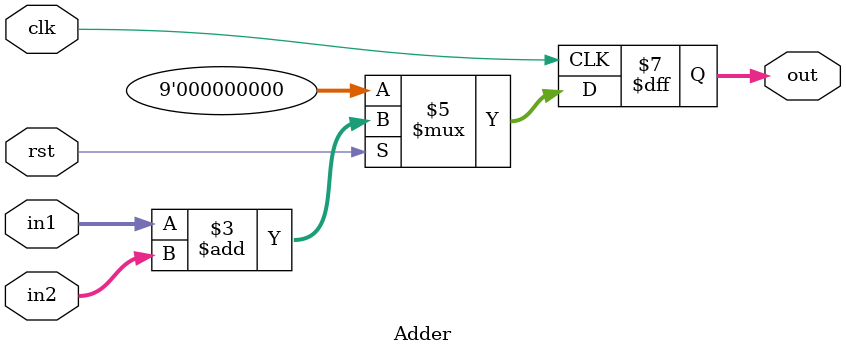
<source format=v>
module Adder(clk, rst, in1, in2, out);
    parameter k = 8;

    input clk, rst;
    input [k-1:0] in1, in2;
    output reg [k:0] out;

    always @(posedge clk) begin
        if(!rst) begin
            out <= 0;
        end else begin
            out <= in1 + in2;
        end
    end
endmodule
</source>
